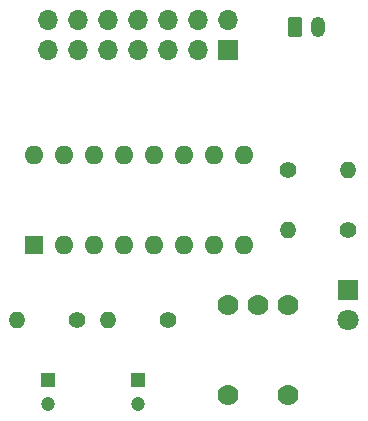
<source format=gbr>
%TF.GenerationSoftware,KiCad,Pcbnew,8.0.1*%
%TF.CreationDate,2024-03-30T16:35:57+02:00*%
%TF.ProjectId,Design PCB assignment,44657369-676e-4205-9043-422061737369,rev?*%
%TF.SameCoordinates,Original*%
%TF.FileFunction,Soldermask,Bot*%
%TF.FilePolarity,Negative*%
%FSLAX46Y46*%
G04 Gerber Fmt 4.6, Leading zero omitted, Abs format (unit mm)*
G04 Created by KiCad (PCBNEW 8.0.1) date 2024-03-30 16:35:57*
%MOMM*%
%LPD*%
G01*
G04 APERTURE LIST*
G04 Aperture macros list*
%AMRoundRect*
0 Rectangle with rounded corners*
0 $1 Rounding radius*
0 $2 $3 $4 $5 $6 $7 $8 $9 X,Y pos of 4 corners*
0 Add a 4 corners polygon primitive as box body*
4,1,4,$2,$3,$4,$5,$6,$7,$8,$9,$2,$3,0*
0 Add four circle primitives for the rounded corners*
1,1,$1+$1,$2,$3*
1,1,$1+$1,$4,$5*
1,1,$1+$1,$6,$7*
1,1,$1+$1,$8,$9*
0 Add four rect primitives between the rounded corners*
20,1,$1+$1,$2,$3,$4,$5,0*
20,1,$1+$1,$4,$5,$6,$7,0*
20,1,$1+$1,$6,$7,$8,$9,0*
20,1,$1+$1,$8,$9,$2,$3,0*%
G04 Aperture macros list end*
%ADD10C,1.778000*%
%ADD11RoundRect,0.250000X-0.350000X-0.625000X0.350000X-0.625000X0.350000X0.625000X-0.350000X0.625000X0*%
%ADD12O,1.200000X1.750000*%
%ADD13C,1.400000*%
%ADD14O,1.400000X1.400000*%
%ADD15R,1.600000X1.600000*%
%ADD16O,1.600000X1.600000*%
%ADD17R,1.200000X1.200000*%
%ADD18C,1.200000*%
%ADD19R,1.700000X1.700000*%
%ADD20O,1.700000X1.700000*%
%ADD21R,1.800000X1.800000*%
%ADD22C,1.800000*%
G04 APERTURE END LIST*
D10*
%TO.C,SW1*%
X99060000Y-82550000D03*
X93980000Y-82550000D03*
X93980000Y-74930000D03*
X96520000Y-74930000D03*
X99060000Y-74930000D03*
%TD*%
D11*
%TO.C,J1*%
X99600000Y-51340000D03*
D12*
X101600000Y-51340000D03*
%TD*%
D13*
%TO.C,Rprog1*%
X104140000Y-68580000D03*
D14*
X104140000Y-63500000D03*
%TD*%
D13*
%TO.C,Rled1*%
X99060000Y-63500000D03*
D14*
X99060000Y-68580000D03*
%TD*%
D15*
%TO.C,U1*%
X77485000Y-69840000D03*
D16*
X80025000Y-69840000D03*
X82565000Y-69840000D03*
X85105000Y-69840000D03*
X87645000Y-69840000D03*
X90185000Y-69840000D03*
X92725000Y-69840000D03*
X95265000Y-69840000D03*
X95265000Y-62220000D03*
X92725000Y-62220000D03*
X90185000Y-62220000D03*
X87645000Y-62220000D03*
X85105000Y-62220000D03*
X82565000Y-62220000D03*
X80025000Y-62220000D03*
X77485000Y-62220000D03*
%TD*%
D13*
%TO.C,R9*%
X88900000Y-76200000D03*
D14*
X83820000Y-76200000D03*
%TD*%
D13*
%TO.C,R10*%
X81170000Y-76200000D03*
D14*
X76090000Y-76200000D03*
%TD*%
D17*
%TO.C,C2*%
X78740000Y-81280000D03*
D18*
X78740000Y-83280000D03*
%TD*%
D19*
%TO.C,J2*%
X93980000Y-53340000D03*
D20*
X93980000Y-50800000D03*
X91440000Y-53340000D03*
X91440000Y-50800000D03*
X88900000Y-53340000D03*
X88900000Y-50800000D03*
X86360000Y-53340000D03*
X86360000Y-50800000D03*
X83820000Y-53340000D03*
X83820000Y-50800000D03*
X81280000Y-53340000D03*
X81280000Y-50800000D03*
X78740000Y-53340000D03*
X78740000Y-50800000D03*
%TD*%
D17*
%TO.C,C1*%
X86360000Y-81280000D03*
D18*
X86360000Y-83280000D03*
%TD*%
D21*
%TO.C,charging1*%
X104140000Y-73660000D03*
D22*
X104140000Y-76200000D03*
%TD*%
M02*

</source>
